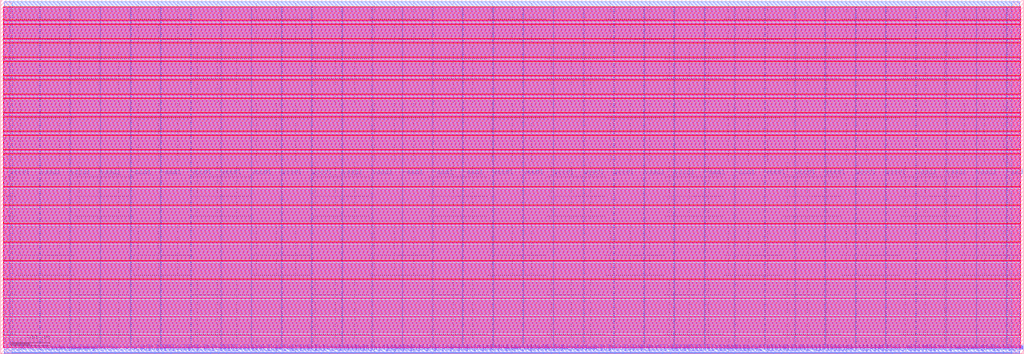
<source format=lef>
VERSION 5.7 ;
  NOWIREEXTENSIONATPIN ON ;
  DIVIDERCHAR "/" ;
  BUSBITCHARS "[]" ;
MACRO dcache
  CLASS BLOCK ;
  FOREIGN dcache ;
  ORIGIN 0.000 0.000 ;
  SIZE 2600.000 BY 900.000 ;
  PIN i_clk
    DIRECTION INPUT ;
    USE SIGNAL ;
    ANTENNAGATEAREA 4.738000 ;
    ANTENNADIFFAREA 0.410400 ;
    PORT
      LAYER Metal2 ;
        RECT 8.960 0.000 9.520 4.000 ;
    END
  END i_clk
  PIN i_rst
    DIRECTION INPUT ;
    USE SIGNAL ;
    ANTENNAGATEAREA 0.396000 ;
    ANTENNADIFFAREA 0.410400 ;
    PORT
      LAYER Metal2 ;
        RECT 29.120 0.000 29.680 4.000 ;
    END
  END i_rst
  PIN mem_ack
    DIRECTION OUTPUT TRISTATE ;
    USE SIGNAL ;
    ANTENNADIFFAREA 1.986000 ;
    PORT
      LAYER Metal2 ;
        RECT 49.280 0.000 49.840 4.000 ;
    END
  END mem_ack
  PIN mem_addr[0]
    DIRECTION INPUT ;
    USE SIGNAL ;
    ANTENNAGATEAREA 2.369000 ;
    ANTENNADIFFAREA 0.410400 ;
    PORT
      LAYER Metal2 ;
        RECT 271.040 0.000 271.600 4.000 ;
    END
  END mem_addr[0]
  PIN mem_addr[10]
    DIRECTION INPUT ;
    USE SIGNAL ;
    ANTENNAGATEAREA 1.102000 ;
    ANTENNADIFFAREA 0.410400 ;
    PORT
      LAYER Metal2 ;
        RECT 1561.280 0.000 1561.840 4.000 ;
    END
  END mem_addr[10]
  PIN mem_addr[11]
    DIRECTION INPUT ;
    USE SIGNAL ;
    ANTENNAGATEAREA 1.102000 ;
    ANTENNADIFFAREA 0.410400 ;
    PORT
      LAYER Metal2 ;
        RECT 1682.240 0.000 1682.800 4.000 ;
    END
  END mem_addr[11]
  PIN mem_addr[12]
    DIRECTION INPUT ;
    USE SIGNAL ;
    ANTENNAGATEAREA 1.102000 ;
    ANTENNADIFFAREA 0.410400 ;
    PORT
      LAYER Metal2 ;
        RECT 1803.200 0.000 1803.760 4.000 ;
    END
  END mem_addr[12]
  PIN mem_addr[13]
    DIRECTION INPUT ;
    USE SIGNAL ;
    ANTENNAGATEAREA 1.102000 ;
    ANTENNADIFFAREA 0.410400 ;
    PORT
      LAYER Metal2 ;
        RECT 1924.160 0.000 1924.720 4.000 ;
    END
  END mem_addr[13]
  PIN mem_addr[14]
    DIRECTION INPUT ;
    USE SIGNAL ;
    ANTENNAGATEAREA 2.204000 ;
    ANTENNADIFFAREA 0.410400 ;
    PORT
      LAYER Metal2 ;
        RECT 2045.120 0.000 2045.680 4.000 ;
    END
  END mem_addr[14]
  PIN mem_addr[15]
    DIRECTION INPUT ;
    USE SIGNAL ;
    ANTENNAGATEAREA 1.102000 ;
    ANTENNADIFFAREA 0.410400 ;
    PORT
      LAYER Metal2 ;
        RECT 2166.080 0.000 2166.640 4.000 ;
    END
  END mem_addr[15]
  PIN mem_addr[16]
    DIRECTION INPUT ;
    USE SIGNAL ;
    ANTENNAGATEAREA 0.726000 ;
    ANTENNADIFFAREA 0.410400 ;
    PORT
      LAYER Metal2 ;
        RECT 2287.040 0.000 2287.600 4.000 ;
    END
  END mem_addr[16]
  PIN mem_addr[17]
    DIRECTION INPUT ;
    USE SIGNAL ;
    ANTENNAGATEAREA 1.183000 ;
    ANTENNADIFFAREA 0.410400 ;
    PORT
      LAYER Metal2 ;
        RECT 2327.360 0.000 2327.920 4.000 ;
    END
  END mem_addr[17]
  PIN mem_addr[18]
    DIRECTION INPUT ;
    USE SIGNAL ;
    ANTENNAGATEAREA 1.183000 ;
    ANTENNADIFFAREA 0.410400 ;
    PORT
      LAYER Metal2 ;
        RECT 2367.680 0.000 2368.240 4.000 ;
    END
  END mem_addr[18]
  PIN mem_addr[19]
    DIRECTION INPUT ;
    USE SIGNAL ;
    ANTENNAGATEAREA 1.102000 ;
    ANTENNADIFFAREA 0.410400 ;
    PORT
      LAYER Metal2 ;
        RECT 2408.000 0.000 2408.560 4.000 ;
    END
  END mem_addr[19]
  PIN mem_addr[1]
    DIRECTION INPUT ;
    USE SIGNAL ;
    ANTENNAGATEAREA 2.204000 ;
    ANTENNADIFFAREA 0.410400 ;
    PORT
      LAYER Metal2 ;
        RECT 432.320 0.000 432.880 4.000 ;
    END
  END mem_addr[1]
  PIN mem_addr[20]
    DIRECTION INPUT ;
    USE SIGNAL ;
    ANTENNAGATEAREA 2.204000 ;
    ANTENNADIFFAREA 0.410400 ;
    PORT
      LAYER Metal2 ;
        RECT 2448.320 0.000 2448.880 4.000 ;
    END
  END mem_addr[20]
  PIN mem_addr[21]
    DIRECTION INPUT ;
    USE SIGNAL ;
    ANTENNAGATEAREA 2.204000 ;
    ANTENNADIFFAREA 0.410400 ;
    PORT
      LAYER Metal2 ;
        RECT 2488.640 0.000 2489.200 4.000 ;
    END
  END mem_addr[21]
  PIN mem_addr[22]
    DIRECTION INPUT ;
    USE SIGNAL ;
    ANTENNAGATEAREA 1.183000 ;
    ANTENNADIFFAREA 0.410400 ;
    PORT
      LAYER Metal2 ;
        RECT 2528.960 0.000 2529.520 4.000 ;
    END
  END mem_addr[22]
  PIN mem_addr[23]
    DIRECTION INPUT ;
    USE SIGNAL ;
    ANTENNAGATEAREA 2.204000 ;
    ANTENNADIFFAREA 0.410400 ;
    PORT
      LAYER Metal2 ;
        RECT 2569.280 0.000 2569.840 4.000 ;
    END
  END mem_addr[23]
  PIN mem_addr[2]
    DIRECTION INPUT ;
    USE SIGNAL ;
    ANTENNAGATEAREA 0.396000 ;
    ANTENNADIFFAREA 0.410400 ;
    PORT
      LAYER Metal2 ;
        RECT 593.600 0.000 594.160 4.000 ;
    END
  END mem_addr[2]
  PIN mem_addr[3]
    DIRECTION INPUT ;
    USE SIGNAL ;
    ANTENNAGATEAREA 0.396000 ;
    ANTENNADIFFAREA 0.410400 ;
    PORT
      LAYER Metal2 ;
        RECT 714.560 0.000 715.120 4.000 ;
    END
  END mem_addr[3]
  PIN mem_addr[4]
    DIRECTION INPUT ;
    USE SIGNAL ;
    ANTENNAGATEAREA 0.396000 ;
    ANTENNADIFFAREA 0.410400 ;
    PORT
      LAYER Metal2 ;
        RECT 835.520 0.000 836.080 4.000 ;
    END
  END mem_addr[4]
  PIN mem_addr[5]
    DIRECTION INPUT ;
    USE SIGNAL ;
    ANTENNAGATEAREA 0.396000 ;
    ANTENNADIFFAREA 0.410400 ;
    PORT
      LAYER Metal2 ;
        RECT 956.480 0.000 957.040 4.000 ;
    END
  END mem_addr[5]
  PIN mem_addr[6]
    DIRECTION INPUT ;
    USE SIGNAL ;
    ANTENNAGATEAREA 0.396000 ;
    ANTENNADIFFAREA 0.410400 ;
    PORT
      LAYER Metal2 ;
        RECT 1077.440 0.000 1078.000 4.000 ;
    END
  END mem_addr[6]
  PIN mem_addr[7]
    DIRECTION INPUT ;
    USE SIGNAL ;
    ANTENNAGATEAREA 1.183000 ;
    ANTENNADIFFAREA 0.410400 ;
    PORT
      LAYER Metal2 ;
        RECT 1198.400 0.000 1198.960 4.000 ;
    END
  END mem_addr[7]
  PIN mem_addr[8]
    DIRECTION INPUT ;
    USE SIGNAL ;
    ANTENNAGATEAREA 2.204000 ;
    ANTENNADIFFAREA 0.410400 ;
    PORT
      LAYER Metal2 ;
        RECT 1319.360 0.000 1319.920 4.000 ;
    END
  END mem_addr[8]
  PIN mem_addr[9]
    DIRECTION INPUT ;
    USE SIGNAL ;
    ANTENNAGATEAREA 2.204000 ;
    ANTENNADIFFAREA 0.410400 ;
    PORT
      LAYER Metal2 ;
        RECT 1440.320 0.000 1440.880 4.000 ;
    END
  END mem_addr[9]
  PIN mem_cache_enable
    DIRECTION INPUT ;
    USE SIGNAL ;
    ANTENNAGATEAREA 2.369000 ;
    ANTENNADIFFAREA 0.410400 ;
    PORT
      LAYER Metal2 ;
        RECT 69.440 0.000 70.000 4.000 ;
    END
  END mem_cache_enable
  PIN mem_exception
    DIRECTION OUTPUT TRISTATE ;
    USE SIGNAL ;
    ANTENNADIFFAREA 1.986000 ;
    PORT
      LAYER Metal2 ;
        RECT 89.600 0.000 90.160 4.000 ;
    END
  END mem_exception
  PIN mem_i_data[0]
    DIRECTION INPUT ;
    USE SIGNAL ;
    ANTENNAGATEAREA 2.204000 ;
    ANTENNADIFFAREA 0.410400 ;
    PORT
      LAYER Metal2 ;
        RECT 291.200 0.000 291.760 4.000 ;
    END
  END mem_i_data[0]
  PIN mem_i_data[10]
    DIRECTION INPUT ;
    USE SIGNAL ;
    ANTENNAGATEAREA 1.102000 ;
    ANTENNADIFFAREA 0.410400 ;
    PORT
      LAYER Metal2 ;
        RECT 1581.440 0.000 1582.000 4.000 ;
    END
  END mem_i_data[10]
  PIN mem_i_data[11]
    DIRECTION INPUT ;
    USE SIGNAL ;
    ANTENNAGATEAREA 1.183000 ;
    ANTENNADIFFAREA 0.410400 ;
    PORT
      LAYER Metal2 ;
        RECT 1702.400 0.000 1702.960 4.000 ;
    END
  END mem_i_data[11]
  PIN mem_i_data[12]
    DIRECTION INPUT ;
    USE SIGNAL ;
    ANTENNAGATEAREA 1.102000 ;
    ANTENNADIFFAREA 0.410400 ;
    PORT
      LAYER Metal2 ;
        RECT 1823.360 0.000 1823.920 4.000 ;
    END
  END mem_i_data[12]
  PIN mem_i_data[13]
    DIRECTION INPUT ;
    USE SIGNAL ;
    ANTENNAGATEAREA 2.204000 ;
    ANTENNADIFFAREA 0.410400 ;
    PORT
      LAYER Metal2 ;
        RECT 1944.320 0.000 1944.880 4.000 ;
    END
  END mem_i_data[13]
  PIN mem_i_data[14]
    DIRECTION INPUT ;
    USE SIGNAL ;
    ANTENNAGATEAREA 2.204000 ;
    ANTENNADIFFAREA 0.410400 ;
    PORT
      LAYER Metal2 ;
        RECT 2065.280 0.000 2065.840 4.000 ;
    END
  END mem_i_data[14]
  PIN mem_i_data[15]
    DIRECTION INPUT ;
    USE SIGNAL ;
    ANTENNAGATEAREA 2.204000 ;
    ANTENNADIFFAREA 0.410400 ;
    PORT
      LAYER Metal2 ;
        RECT 2186.240 0.000 2186.800 4.000 ;
    END
  END mem_i_data[15]
  PIN mem_i_data[1]
    DIRECTION INPUT ;
    USE SIGNAL ;
    ANTENNAGATEAREA 1.102000 ;
    ANTENNADIFFAREA 0.410400 ;
    PORT
      LAYER Metal2 ;
        RECT 452.480 0.000 453.040 4.000 ;
    END
  END mem_i_data[1]
  PIN mem_i_data[2]
    DIRECTION INPUT ;
    USE SIGNAL ;
    ANTENNAGATEAREA 1.183000 ;
    ANTENNADIFFAREA 0.410400 ;
    PORT
      LAYER Metal2 ;
        RECT 613.760 0.000 614.320 4.000 ;
    END
  END mem_i_data[2]
  PIN mem_i_data[3]
    DIRECTION INPUT ;
    USE SIGNAL ;
    ANTENNAGATEAREA 1.102000 ;
    ANTENNADIFFAREA 0.410400 ;
    PORT
      LAYER Metal2 ;
        RECT 734.720 0.000 735.280 4.000 ;
    END
  END mem_i_data[3]
  PIN mem_i_data[4]
    DIRECTION INPUT ;
    USE SIGNAL ;
    ANTENNAGATEAREA 1.102000 ;
    ANTENNADIFFAREA 0.410400 ;
    PORT
      LAYER Metal2 ;
        RECT 855.680 0.000 856.240 4.000 ;
    END
  END mem_i_data[4]
  PIN mem_i_data[5]
    DIRECTION INPUT ;
    USE SIGNAL ;
    ANTENNAGATEAREA 0.726000 ;
    ANTENNADIFFAREA 0.410400 ;
    PORT
      LAYER Metal2 ;
        RECT 976.640 0.000 977.200 4.000 ;
    END
  END mem_i_data[5]
  PIN mem_i_data[6]
    DIRECTION INPUT ;
    USE SIGNAL ;
    ANTENNAGATEAREA 0.726000 ;
    ANTENNADIFFAREA 0.410400 ;
    PORT
      LAYER Metal2 ;
        RECT 1097.600 0.000 1098.160 4.000 ;
    END
  END mem_i_data[6]
  PIN mem_i_data[7]
    DIRECTION INPUT ;
    USE SIGNAL ;
    ANTENNAGATEAREA 0.726000 ;
    ANTENNADIFFAREA 0.410400 ;
    PORT
      LAYER Metal2 ;
        RECT 1218.560 0.000 1219.120 4.000 ;
    END
  END mem_i_data[7]
  PIN mem_i_data[8]
    DIRECTION INPUT ;
    USE SIGNAL ;
    ANTENNAGATEAREA 0.726000 ;
    ANTENNADIFFAREA 0.410400 ;
    PORT
      LAYER Metal2 ;
        RECT 1339.520 0.000 1340.080 4.000 ;
    END
  END mem_i_data[8]
  PIN mem_i_data[9]
    DIRECTION INPUT ;
    USE SIGNAL ;
    ANTENNAGATEAREA 1.102000 ;
    ANTENNADIFFAREA 0.410400 ;
    PORT
      LAYER Metal2 ;
        RECT 1460.480 0.000 1461.040 4.000 ;
    END
  END mem_i_data[9]
  PIN mem_o_data[0]
    DIRECTION OUTPUT TRISTATE ;
    USE SIGNAL ;
    ANTENNADIFFAREA 1.986000 ;
    PORT
      LAYER Metal2 ;
        RECT 311.360 0.000 311.920 4.000 ;
    END
  END mem_o_data[0]
  PIN mem_o_data[10]
    DIRECTION OUTPUT TRISTATE ;
    USE SIGNAL ;
    ANTENNADIFFAREA 1.986000 ;
    PORT
      LAYER Metal2 ;
        RECT 1601.600 0.000 1602.160 4.000 ;
    END
  END mem_o_data[10]
  PIN mem_o_data[11]
    DIRECTION OUTPUT TRISTATE ;
    USE SIGNAL ;
    ANTENNADIFFAREA 1.986000 ;
    PORT
      LAYER Metal2 ;
        RECT 1722.560 0.000 1723.120 4.000 ;
    END
  END mem_o_data[11]
  PIN mem_o_data[12]
    DIRECTION OUTPUT TRISTATE ;
    USE SIGNAL ;
    ANTENNADIFFAREA 1.986000 ;
    PORT
      LAYER Metal2 ;
        RECT 1843.520 0.000 1844.080 4.000 ;
    END
  END mem_o_data[12]
  PIN mem_o_data[13]
    DIRECTION OUTPUT TRISTATE ;
    USE SIGNAL ;
    ANTENNADIFFAREA 1.986000 ;
    PORT
      LAYER Metal2 ;
        RECT 1964.480 0.000 1965.040 4.000 ;
    END
  END mem_o_data[13]
  PIN mem_o_data[14]
    DIRECTION OUTPUT TRISTATE ;
    USE SIGNAL ;
    ANTENNADIFFAREA 1.986000 ;
    PORT
      LAYER Metal2 ;
        RECT 2085.440 0.000 2086.000 4.000 ;
    END
  END mem_o_data[14]
  PIN mem_o_data[15]
    DIRECTION OUTPUT TRISTATE ;
    USE SIGNAL ;
    ANTENNADIFFAREA 1.986000 ;
    PORT
      LAYER Metal2 ;
        RECT 2206.400 0.000 2206.960 4.000 ;
    END
  END mem_o_data[15]
  PIN mem_o_data[1]
    DIRECTION OUTPUT TRISTATE ;
    USE SIGNAL ;
    ANTENNADIFFAREA 1.986000 ;
    PORT
      LAYER Metal2 ;
        RECT 472.640 0.000 473.200 4.000 ;
    END
  END mem_o_data[1]
  PIN mem_o_data[2]
    DIRECTION OUTPUT TRISTATE ;
    USE SIGNAL ;
    ANTENNADIFFAREA 1.986000 ;
    PORT
      LAYER Metal2 ;
        RECT 633.920 0.000 634.480 4.000 ;
    END
  END mem_o_data[2]
  PIN mem_o_data[3]
    DIRECTION OUTPUT TRISTATE ;
    USE SIGNAL ;
    ANTENNADIFFAREA 1.986000 ;
    PORT
      LAYER Metal2 ;
        RECT 754.880 0.000 755.440 4.000 ;
    END
  END mem_o_data[3]
  PIN mem_o_data[4]
    DIRECTION OUTPUT TRISTATE ;
    USE SIGNAL ;
    ANTENNADIFFAREA 1.986000 ;
    PORT
      LAYER Metal2 ;
        RECT 875.840 0.000 876.400 4.000 ;
    END
  END mem_o_data[4]
  PIN mem_o_data[5]
    DIRECTION OUTPUT TRISTATE ;
    USE SIGNAL ;
    ANTENNADIFFAREA 1.986000 ;
    PORT
      LAYER Metal2 ;
        RECT 996.800 0.000 997.360 4.000 ;
    END
  END mem_o_data[5]
  PIN mem_o_data[6]
    DIRECTION OUTPUT TRISTATE ;
    USE SIGNAL ;
    ANTENNADIFFAREA 1.986000 ;
    PORT
      LAYER Metal2 ;
        RECT 1117.760 0.000 1118.320 4.000 ;
    END
  END mem_o_data[6]
  PIN mem_o_data[7]
    DIRECTION OUTPUT TRISTATE ;
    USE SIGNAL ;
    ANTENNADIFFAREA 1.986000 ;
    PORT
      LAYER Metal2 ;
        RECT 1238.720 0.000 1239.280 4.000 ;
    END
  END mem_o_data[7]
  PIN mem_o_data[8]
    DIRECTION OUTPUT TRISTATE ;
    USE SIGNAL ;
    ANTENNADIFFAREA 1.986000 ;
    PORT
      LAYER Metal2 ;
        RECT 1359.680 0.000 1360.240 4.000 ;
    END
  END mem_o_data[8]
  PIN mem_o_data[9]
    DIRECTION OUTPUT TRISTATE ;
    USE SIGNAL ;
    ANTENNADIFFAREA 1.986000 ;
    PORT
      LAYER Metal2 ;
        RECT 1480.640 0.000 1481.200 4.000 ;
    END
  END mem_o_data[9]
  PIN mem_req
    DIRECTION INPUT ;
    USE SIGNAL ;
    ANTENNAGATEAREA 2.204000 ;
    ANTENNADIFFAREA 0.410400 ;
    PORT
      LAYER Metal2 ;
        RECT 109.760 0.000 110.320 4.000 ;
    END
  END mem_req
  PIN mem_sel[0]
    DIRECTION INPUT ;
    USE SIGNAL ;
    ANTENNAGATEAREA 0.741000 ;
    ANTENNADIFFAREA 0.410400 ;
    PORT
      LAYER Metal2 ;
        RECT 331.520 0.000 332.080 4.000 ;
    END
  END mem_sel[0]
  PIN mem_sel[1]
    DIRECTION INPUT ;
    USE SIGNAL ;
    ANTENNAGATEAREA 0.741000 ;
    ANTENNADIFFAREA 0.410400 ;
    PORT
      LAYER Metal2 ;
        RECT 492.800 0.000 493.360 4.000 ;
    END
  END mem_sel[1]
  PIN mem_we
    DIRECTION INPUT ;
    USE SIGNAL ;
    ANTENNAGATEAREA 2.369000 ;
    ANTENNADIFFAREA 0.410400 ;
    PORT
      LAYER Metal2 ;
        RECT 129.920 0.000 130.480 4.000 ;
    END
  END mem_we
  PIN vccd1
    DIRECTION INOUT ;
    USE POWER ;
    PORT
      LAYER Metal4 ;
        RECT 22.240 15.380 23.840 882.300 ;
    END
    PORT
      LAYER Metal4 ;
        RECT 175.840 15.380 177.440 882.300 ;
    END
    PORT
      LAYER Metal4 ;
        RECT 329.440 15.380 331.040 882.300 ;
    END
    PORT
      LAYER Metal4 ;
        RECT 483.040 15.380 484.640 882.300 ;
    END
    PORT
      LAYER Metal4 ;
        RECT 636.640 15.380 638.240 882.300 ;
    END
    PORT
      LAYER Metal4 ;
        RECT 790.240 15.380 791.840 882.300 ;
    END
    PORT
      LAYER Metal4 ;
        RECT 943.840 15.380 945.440 882.300 ;
    END
    PORT
      LAYER Metal4 ;
        RECT 1097.440 15.380 1099.040 882.300 ;
    END
    PORT
      LAYER Metal4 ;
        RECT 1251.040 15.380 1252.640 882.300 ;
    END
    PORT
      LAYER Metal4 ;
        RECT 1404.640 15.380 1406.240 882.300 ;
    END
    PORT
      LAYER Metal4 ;
        RECT 1558.240 15.380 1559.840 882.300 ;
    END
    PORT
      LAYER Metal4 ;
        RECT 1711.840 15.380 1713.440 882.300 ;
    END
    PORT
      LAYER Metal4 ;
        RECT 1865.440 15.380 1867.040 882.300 ;
    END
    PORT
      LAYER Metal4 ;
        RECT 2019.040 15.380 2020.640 882.300 ;
    END
    PORT
      LAYER Metal4 ;
        RECT 2172.640 15.380 2174.240 882.300 ;
    END
    PORT
      LAYER Metal4 ;
        RECT 2326.240 15.380 2327.840 882.300 ;
    END
    PORT
      LAYER Metal4 ;
        RECT 2479.840 15.380 2481.440 882.300 ;
    END
  END vccd1
  PIN vssd1
    DIRECTION INOUT ;
    USE GROUND ;
    PORT
      LAYER Metal4 ;
        RECT 99.040 15.380 100.640 882.300 ;
    END
    PORT
      LAYER Metal4 ;
        RECT 252.640 15.380 254.240 882.300 ;
    END
    PORT
      LAYER Metal4 ;
        RECT 406.240 15.380 407.840 882.300 ;
    END
    PORT
      LAYER Metal4 ;
        RECT 559.840 15.380 561.440 882.300 ;
    END
    PORT
      LAYER Metal4 ;
        RECT 713.440 15.380 715.040 882.300 ;
    END
    PORT
      LAYER Metal4 ;
        RECT 867.040 15.380 868.640 882.300 ;
    END
    PORT
      LAYER Metal4 ;
        RECT 1020.640 15.380 1022.240 882.300 ;
    END
    PORT
      LAYER Metal4 ;
        RECT 1174.240 15.380 1175.840 882.300 ;
    END
    PORT
      LAYER Metal4 ;
        RECT 1327.840 15.380 1329.440 882.300 ;
    END
    PORT
      LAYER Metal4 ;
        RECT 1481.440 15.380 1483.040 882.300 ;
    END
    PORT
      LAYER Metal4 ;
        RECT 1635.040 15.380 1636.640 882.300 ;
    END
    PORT
      LAYER Metal4 ;
        RECT 1788.640 15.380 1790.240 882.300 ;
    END
    PORT
      LAYER Metal4 ;
        RECT 1942.240 15.380 1943.840 882.300 ;
    END
    PORT
      LAYER Metal4 ;
        RECT 2095.840 15.380 2097.440 882.300 ;
    END
    PORT
      LAYER Metal4 ;
        RECT 2249.440 15.380 2251.040 882.300 ;
    END
    PORT
      LAYER Metal4 ;
        RECT 2403.040 15.380 2404.640 882.300 ;
    END
    PORT
      LAYER Metal4 ;
        RECT 2556.640 15.380 2558.240 882.300 ;
    END
  END vssd1
  PIN wb_4_burst
    DIRECTION OUTPUT TRISTATE ;
    USE SIGNAL ;
    ANTENNADIFFAREA 1.986000 ;
    PORT
      LAYER Metal2 ;
        RECT 150.080 0.000 150.640 4.000 ;
    END
  END wb_4_burst
  PIN wb_ack
    DIRECTION INPUT ;
    USE SIGNAL ;
    ANTENNAGATEAREA 1.102000 ;
    ANTENNADIFFAREA 0.410400 ;
    PORT
      LAYER Metal2 ;
        RECT 170.240 0.000 170.800 4.000 ;
    END
  END wb_ack
  PIN wb_adr[0]
    DIRECTION OUTPUT TRISTATE ;
    USE SIGNAL ;
    ANTENNADIFFAREA 1.986000 ;
    PORT
      LAYER Metal2 ;
        RECT 351.680 0.000 352.240 4.000 ;
    END
  END wb_adr[0]
  PIN wb_adr[10]
    DIRECTION OUTPUT TRISTATE ;
    USE SIGNAL ;
    ANTENNADIFFAREA 1.986000 ;
    PORT
      LAYER Metal2 ;
        RECT 1621.760 0.000 1622.320 4.000 ;
    END
  END wb_adr[10]
  PIN wb_adr[11]
    DIRECTION OUTPUT TRISTATE ;
    USE SIGNAL ;
    ANTENNADIFFAREA 1.986000 ;
    PORT
      LAYER Metal2 ;
        RECT 1742.720 0.000 1743.280 4.000 ;
    END
  END wb_adr[11]
  PIN wb_adr[12]
    DIRECTION OUTPUT TRISTATE ;
    USE SIGNAL ;
    ANTENNADIFFAREA 1.986000 ;
    PORT
      LAYER Metal2 ;
        RECT 1863.680 0.000 1864.240 4.000 ;
    END
  END wb_adr[12]
  PIN wb_adr[13]
    DIRECTION OUTPUT TRISTATE ;
    USE SIGNAL ;
    ANTENNADIFFAREA 1.986000 ;
    PORT
      LAYER Metal2 ;
        RECT 1984.640 0.000 1985.200 4.000 ;
    END
  END wb_adr[13]
  PIN wb_adr[14]
    DIRECTION OUTPUT TRISTATE ;
    USE SIGNAL ;
    ANTENNADIFFAREA 1.986000 ;
    PORT
      LAYER Metal2 ;
        RECT 2105.600 0.000 2106.160 4.000 ;
    END
  END wb_adr[14]
  PIN wb_adr[15]
    DIRECTION OUTPUT TRISTATE ;
    USE SIGNAL ;
    ANTENNADIFFAREA 1.986000 ;
    PORT
      LAYER Metal2 ;
        RECT 2226.560 0.000 2227.120 4.000 ;
    END
  END wb_adr[15]
  PIN wb_adr[16]
    DIRECTION OUTPUT TRISTATE ;
    USE SIGNAL ;
    ANTENNADIFFAREA 1.986000 ;
    PORT
      LAYER Metal2 ;
        RECT 2307.200 0.000 2307.760 4.000 ;
    END
  END wb_adr[16]
  PIN wb_adr[17]
    DIRECTION OUTPUT TRISTATE ;
    USE SIGNAL ;
    ANTENNADIFFAREA 1.986000 ;
    PORT
      LAYER Metal2 ;
        RECT 2347.520 0.000 2348.080 4.000 ;
    END
  END wb_adr[17]
  PIN wb_adr[18]
    DIRECTION OUTPUT TRISTATE ;
    USE SIGNAL ;
    ANTENNADIFFAREA 1.986000 ;
    PORT
      LAYER Metal2 ;
        RECT 2387.840 0.000 2388.400 4.000 ;
    END
  END wb_adr[18]
  PIN wb_adr[19]
    DIRECTION OUTPUT TRISTATE ;
    USE SIGNAL ;
    ANTENNADIFFAREA 1.986000 ;
    PORT
      LAYER Metal2 ;
        RECT 2428.160 0.000 2428.720 4.000 ;
    END
  END wb_adr[19]
  PIN wb_adr[1]
    DIRECTION OUTPUT TRISTATE ;
    USE SIGNAL ;
    ANTENNADIFFAREA 1.986000 ;
    PORT
      LAYER Metal2 ;
        RECT 512.960 0.000 513.520 4.000 ;
    END
  END wb_adr[1]
  PIN wb_adr[20]
    DIRECTION OUTPUT TRISTATE ;
    USE SIGNAL ;
    ANTENNADIFFAREA 1.986000 ;
    PORT
      LAYER Metal2 ;
        RECT 2468.480 0.000 2469.040 4.000 ;
    END
  END wb_adr[20]
  PIN wb_adr[21]
    DIRECTION OUTPUT TRISTATE ;
    USE SIGNAL ;
    ANTENNADIFFAREA 1.986000 ;
    PORT
      LAYER Metal2 ;
        RECT 2508.800 0.000 2509.360 4.000 ;
    END
  END wb_adr[21]
  PIN wb_adr[22]
    DIRECTION OUTPUT TRISTATE ;
    USE SIGNAL ;
    ANTENNADIFFAREA 1.986000 ;
    PORT
      LAYER Metal2 ;
        RECT 2549.120 0.000 2549.680 4.000 ;
    END
  END wb_adr[22]
  PIN wb_adr[23]
    DIRECTION OUTPUT TRISTATE ;
    USE SIGNAL ;
    ANTENNADIFFAREA 1.986000 ;
    PORT
      LAYER Metal2 ;
        RECT 2589.440 0.000 2590.000 4.000 ;
    END
  END wb_adr[23]
  PIN wb_adr[2]
    DIRECTION OUTPUT TRISTATE ;
    USE SIGNAL ;
    ANTENNADIFFAREA 1.986000 ;
    PORT
      LAYER Metal2 ;
        RECT 654.080 0.000 654.640 4.000 ;
    END
  END wb_adr[2]
  PIN wb_adr[3]
    DIRECTION OUTPUT TRISTATE ;
    USE SIGNAL ;
    ANTENNADIFFAREA 1.986000 ;
    PORT
      LAYER Metal2 ;
        RECT 775.040 0.000 775.600 4.000 ;
    END
  END wb_adr[3]
  PIN wb_adr[4]
    DIRECTION OUTPUT TRISTATE ;
    USE SIGNAL ;
    ANTENNADIFFAREA 1.986000 ;
    PORT
      LAYER Metal2 ;
        RECT 896.000 0.000 896.560 4.000 ;
    END
  END wb_adr[4]
  PIN wb_adr[5]
    DIRECTION OUTPUT TRISTATE ;
    USE SIGNAL ;
    ANTENNADIFFAREA 1.986000 ;
    PORT
      LAYER Metal2 ;
        RECT 1016.960 0.000 1017.520 4.000 ;
    END
  END wb_adr[5]
  PIN wb_adr[6]
    DIRECTION OUTPUT TRISTATE ;
    USE SIGNAL ;
    ANTENNADIFFAREA 1.986000 ;
    PORT
      LAYER Metal2 ;
        RECT 1137.920 0.000 1138.480 4.000 ;
    END
  END wb_adr[6]
  PIN wb_adr[7]
    DIRECTION OUTPUT TRISTATE ;
    USE SIGNAL ;
    ANTENNADIFFAREA 1.986000 ;
    PORT
      LAYER Metal2 ;
        RECT 1258.880 0.000 1259.440 4.000 ;
    END
  END wb_adr[7]
  PIN wb_adr[8]
    DIRECTION OUTPUT TRISTATE ;
    USE SIGNAL ;
    ANTENNADIFFAREA 1.986000 ;
    PORT
      LAYER Metal2 ;
        RECT 1379.840 0.000 1380.400 4.000 ;
    END
  END wb_adr[8]
  PIN wb_adr[9]
    DIRECTION OUTPUT TRISTATE ;
    USE SIGNAL ;
    ANTENNADIFFAREA 1.986000 ;
    PORT
      LAYER Metal2 ;
        RECT 1500.800 0.000 1501.360 4.000 ;
    END
  END wb_adr[9]
  PIN wb_cyc
    DIRECTION OUTPUT TRISTATE ;
    USE SIGNAL ;
    ANTENNADIFFAREA 1.986000 ;
    PORT
      LAYER Metal2 ;
        RECT 190.400 0.000 190.960 4.000 ;
    END
  END wb_cyc
  PIN wb_err
    DIRECTION INPUT ;
    USE SIGNAL ;
    ANTENNAGATEAREA 1.102000 ;
    ANTENNADIFFAREA 0.410400 ;
    PORT
      LAYER Metal2 ;
        RECT 210.560 0.000 211.120 4.000 ;
    END
  END wb_err
  PIN wb_i_dat[0]
    DIRECTION INPUT ;
    USE SIGNAL ;
    ANTENNAGATEAREA 0.396000 ;
    ANTENNADIFFAREA 0.410400 ;
    PORT
      LAYER Metal2 ;
        RECT 371.840 0.000 372.400 4.000 ;
    END
  END wb_i_dat[0]
  PIN wb_i_dat[10]
    DIRECTION INPUT ;
    USE SIGNAL ;
    ANTENNAGATEAREA 0.396000 ;
    ANTENNADIFFAREA 0.410400 ;
    PORT
      LAYER Metal2 ;
        RECT 1641.920 0.000 1642.480 4.000 ;
    END
  END wb_i_dat[10]
  PIN wb_i_dat[11]
    DIRECTION INPUT ;
    USE SIGNAL ;
    ANTENNAGATEAREA 0.396000 ;
    ANTENNADIFFAREA 0.410400 ;
    PORT
      LAYER Metal2 ;
        RECT 1762.880 0.000 1763.440 4.000 ;
    END
  END wb_i_dat[11]
  PIN wb_i_dat[12]
    DIRECTION INPUT ;
    USE SIGNAL ;
    ANTENNAGATEAREA 0.396000 ;
    ANTENNADIFFAREA 0.410400 ;
    PORT
      LAYER Metal2 ;
        RECT 1883.840 0.000 1884.400 4.000 ;
    END
  END wb_i_dat[12]
  PIN wb_i_dat[13]
    DIRECTION INPUT ;
    USE SIGNAL ;
    ANTENNAGATEAREA 0.396000 ;
    ANTENNADIFFAREA 0.410400 ;
    PORT
      LAYER Metal2 ;
        RECT 2004.800 0.000 2005.360 4.000 ;
    END
  END wb_i_dat[13]
  PIN wb_i_dat[14]
    DIRECTION INPUT ;
    USE SIGNAL ;
    ANTENNAGATEAREA 0.396000 ;
    ANTENNADIFFAREA 0.410400 ;
    PORT
      LAYER Metal2 ;
        RECT 2125.760 0.000 2126.320 4.000 ;
    END
  END wb_i_dat[14]
  PIN wb_i_dat[15]
    DIRECTION INPUT ;
    USE SIGNAL ;
    ANTENNAGATEAREA 0.396000 ;
    ANTENNADIFFAREA 0.410400 ;
    PORT
      LAYER Metal2 ;
        RECT 2246.720 0.000 2247.280 4.000 ;
    END
  END wb_i_dat[15]
  PIN wb_i_dat[1]
    DIRECTION INPUT ;
    USE SIGNAL ;
    ANTENNAGATEAREA 0.396000 ;
    ANTENNADIFFAREA 0.410400 ;
    PORT
      LAYER Metal2 ;
        RECT 533.120 0.000 533.680 4.000 ;
    END
  END wb_i_dat[1]
  PIN wb_i_dat[2]
    DIRECTION INPUT ;
    USE SIGNAL ;
    ANTENNAGATEAREA 0.396000 ;
    ANTENNADIFFAREA 0.410400 ;
    PORT
      LAYER Metal2 ;
        RECT 674.240 0.000 674.800 4.000 ;
    END
  END wb_i_dat[2]
  PIN wb_i_dat[3]
    DIRECTION INPUT ;
    USE SIGNAL ;
    ANTENNAGATEAREA 0.396000 ;
    ANTENNADIFFAREA 0.410400 ;
    PORT
      LAYER Metal2 ;
        RECT 795.200 0.000 795.760 4.000 ;
    END
  END wb_i_dat[3]
  PIN wb_i_dat[4]
    DIRECTION INPUT ;
    USE SIGNAL ;
    ANTENNAGATEAREA 0.396000 ;
    ANTENNADIFFAREA 0.410400 ;
    PORT
      LAYER Metal2 ;
        RECT 916.160 0.000 916.720 4.000 ;
    END
  END wb_i_dat[4]
  PIN wb_i_dat[5]
    DIRECTION INPUT ;
    USE SIGNAL ;
    ANTENNAGATEAREA 0.396000 ;
    ANTENNADIFFAREA 0.410400 ;
    PORT
      LAYER Metal2 ;
        RECT 1037.120 0.000 1037.680 4.000 ;
    END
  END wb_i_dat[5]
  PIN wb_i_dat[6]
    DIRECTION INPUT ;
    USE SIGNAL ;
    ANTENNAGATEAREA 0.726000 ;
    ANTENNADIFFAREA 0.410400 ;
    PORT
      LAYER Metal2 ;
        RECT 1158.080 0.000 1158.640 4.000 ;
    END
  END wb_i_dat[6]
  PIN wb_i_dat[7]
    DIRECTION INPUT ;
    USE SIGNAL ;
    ANTENNAGATEAREA 0.396000 ;
    ANTENNADIFFAREA 0.410400 ;
    PORT
      LAYER Metal2 ;
        RECT 1279.040 0.000 1279.600 4.000 ;
    END
  END wb_i_dat[7]
  PIN wb_i_dat[8]
    DIRECTION INPUT ;
    USE SIGNAL ;
    ANTENNAGATEAREA 0.396000 ;
    ANTENNADIFFAREA 0.410400 ;
    PORT
      LAYER Metal2 ;
        RECT 1400.000 0.000 1400.560 4.000 ;
    END
  END wb_i_dat[8]
  PIN wb_i_dat[9]
    DIRECTION INPUT ;
    USE SIGNAL ;
    ANTENNAGATEAREA 0.396000 ;
    ANTENNADIFFAREA 0.410400 ;
    PORT
      LAYER Metal2 ;
        RECT 1520.960 0.000 1521.520 4.000 ;
    END
  END wb_i_dat[9]
  PIN wb_o_dat[0]
    DIRECTION OUTPUT TRISTATE ;
    USE SIGNAL ;
    ANTENNADIFFAREA 1.986000 ;
    PORT
      LAYER Metal2 ;
        RECT 392.000 0.000 392.560 4.000 ;
    END
  END wb_o_dat[0]
  PIN wb_o_dat[10]
    DIRECTION OUTPUT TRISTATE ;
    USE SIGNAL ;
    ANTENNADIFFAREA 1.986000 ;
    PORT
      LAYER Metal2 ;
        RECT 1662.080 0.000 1662.640 4.000 ;
    END
  END wb_o_dat[10]
  PIN wb_o_dat[11]
    DIRECTION OUTPUT TRISTATE ;
    USE SIGNAL ;
    ANTENNADIFFAREA 1.986000 ;
    PORT
      LAYER Metal2 ;
        RECT 1783.040 0.000 1783.600 4.000 ;
    END
  END wb_o_dat[11]
  PIN wb_o_dat[12]
    DIRECTION OUTPUT TRISTATE ;
    USE SIGNAL ;
    ANTENNADIFFAREA 1.986000 ;
    PORT
      LAYER Metal2 ;
        RECT 1904.000 0.000 1904.560 4.000 ;
    END
  END wb_o_dat[12]
  PIN wb_o_dat[13]
    DIRECTION OUTPUT TRISTATE ;
    USE SIGNAL ;
    ANTENNADIFFAREA 1.986000 ;
    PORT
      LAYER Metal2 ;
        RECT 2024.960 0.000 2025.520 4.000 ;
    END
  END wb_o_dat[13]
  PIN wb_o_dat[14]
    DIRECTION OUTPUT TRISTATE ;
    USE SIGNAL ;
    ANTENNADIFFAREA 1.986000 ;
    PORT
      LAYER Metal2 ;
        RECT 2145.920 0.000 2146.480 4.000 ;
    END
  END wb_o_dat[14]
  PIN wb_o_dat[15]
    DIRECTION OUTPUT TRISTATE ;
    USE SIGNAL ;
    ANTENNADIFFAREA 1.986000 ;
    PORT
      LAYER Metal2 ;
        RECT 2266.880 0.000 2267.440 4.000 ;
    END
  END wb_o_dat[15]
  PIN wb_o_dat[1]
    DIRECTION OUTPUT TRISTATE ;
    USE SIGNAL ;
    ANTENNADIFFAREA 1.986000 ;
    PORT
      LAYER Metal2 ;
        RECT 553.280 0.000 553.840 4.000 ;
    END
  END wb_o_dat[1]
  PIN wb_o_dat[2]
    DIRECTION OUTPUT TRISTATE ;
    USE SIGNAL ;
    ANTENNADIFFAREA 1.986000 ;
    PORT
      LAYER Metal2 ;
        RECT 694.400 0.000 694.960 4.000 ;
    END
  END wb_o_dat[2]
  PIN wb_o_dat[3]
    DIRECTION OUTPUT TRISTATE ;
    USE SIGNAL ;
    ANTENNADIFFAREA 1.986000 ;
    PORT
      LAYER Metal2 ;
        RECT 815.360 0.000 815.920 4.000 ;
    END
  END wb_o_dat[3]
  PIN wb_o_dat[4]
    DIRECTION OUTPUT TRISTATE ;
    USE SIGNAL ;
    ANTENNADIFFAREA 1.986000 ;
    PORT
      LAYER Metal2 ;
        RECT 936.320 0.000 936.880 4.000 ;
    END
  END wb_o_dat[4]
  PIN wb_o_dat[5]
    DIRECTION OUTPUT TRISTATE ;
    USE SIGNAL ;
    ANTENNADIFFAREA 1.986000 ;
    PORT
      LAYER Metal2 ;
        RECT 1057.280 0.000 1057.840 4.000 ;
    END
  END wb_o_dat[5]
  PIN wb_o_dat[6]
    DIRECTION OUTPUT TRISTATE ;
    USE SIGNAL ;
    ANTENNADIFFAREA 1.986000 ;
    PORT
      LAYER Metal2 ;
        RECT 1178.240 0.000 1178.800 4.000 ;
    END
  END wb_o_dat[6]
  PIN wb_o_dat[7]
    DIRECTION OUTPUT TRISTATE ;
    USE SIGNAL ;
    ANTENNADIFFAREA 1.986000 ;
    PORT
      LAYER Metal2 ;
        RECT 1299.200 0.000 1299.760 4.000 ;
    END
  END wb_o_dat[7]
  PIN wb_o_dat[8]
    DIRECTION OUTPUT TRISTATE ;
    USE SIGNAL ;
    ANTENNADIFFAREA 1.986000 ;
    PORT
      LAYER Metal2 ;
        RECT 1420.160 0.000 1420.720 4.000 ;
    END
  END wb_o_dat[8]
  PIN wb_o_dat[9]
    DIRECTION OUTPUT TRISTATE ;
    USE SIGNAL ;
    ANTENNADIFFAREA 1.986000 ;
    PORT
      LAYER Metal2 ;
        RECT 1541.120 0.000 1541.680 4.000 ;
    END
  END wb_o_dat[9]
  PIN wb_sel[0]
    DIRECTION OUTPUT TRISTATE ;
    USE SIGNAL ;
    ANTENNADIFFAREA 1.986000 ;
    PORT
      LAYER Metal2 ;
        RECT 412.160 0.000 412.720 4.000 ;
    END
  END wb_sel[0]
  PIN wb_sel[1]
    DIRECTION OUTPUT TRISTATE ;
    USE SIGNAL ;
    ANTENNADIFFAREA 1.986000 ;
    PORT
      LAYER Metal2 ;
        RECT 573.440 0.000 574.000 4.000 ;
    END
  END wb_sel[1]
  PIN wb_stb
    DIRECTION OUTPUT TRISTATE ;
    USE SIGNAL ;
    ANTENNADIFFAREA 1.986000 ;
    PORT
      LAYER Metal2 ;
        RECT 230.720 0.000 231.280 4.000 ;
    END
  END wb_stb
  PIN wb_we
    DIRECTION OUTPUT TRISTATE ;
    USE SIGNAL ;
    ANTENNADIFFAREA 1.986000 ;
    PORT
      LAYER Metal2 ;
        RECT 250.880 0.000 251.440 4.000 ;
    END
  END wb_we
  OBS
      LAYER Nwell ;
        RECT 6.290 879.840 2593.230 882.430 ;
      LAYER Pwell ;
        RECT 6.290 876.320 2593.230 879.840 ;
      LAYER Nwell ;
        RECT 6.290 876.195 256.865 876.320 ;
        RECT 6.290 872.125 2593.230 876.195 ;
        RECT 6.290 872.000 228.305 872.125 ;
      LAYER Pwell ;
        RECT 6.290 868.480 2593.230 872.000 ;
      LAYER Nwell ;
        RECT 6.290 868.355 223.265 868.480 ;
        RECT 6.290 864.285 2593.230 868.355 ;
        RECT 6.290 864.160 363.265 864.285 ;
      LAYER Pwell ;
        RECT 6.290 860.640 2593.230 864.160 ;
      LAYER Nwell ;
        RECT 6.290 860.515 333.585 860.640 ;
        RECT 6.290 856.445 2593.230 860.515 ;
        RECT 6.290 856.320 210.945 856.445 ;
      LAYER Pwell ;
        RECT 6.290 852.800 2593.230 856.320 ;
      LAYER Nwell ;
        RECT 6.290 852.675 209.825 852.800 ;
        RECT 6.290 848.605 2593.230 852.675 ;
        RECT 6.290 848.480 250.145 848.605 ;
      LAYER Pwell ;
        RECT 6.290 844.960 2593.230 848.480 ;
      LAYER Nwell ;
        RECT 6.290 844.835 247.905 844.960 ;
        RECT 6.290 840.765 2593.230 844.835 ;
        RECT 6.290 840.640 436.065 840.765 ;
      LAYER Pwell ;
        RECT 6.290 837.120 2593.230 840.640 ;
      LAYER Nwell ;
        RECT 6.290 836.995 290.465 837.120 ;
        RECT 6.290 832.925 2593.230 836.995 ;
        RECT 6.290 832.800 201.985 832.925 ;
      LAYER Pwell ;
        RECT 6.290 829.280 2593.230 832.800 ;
      LAYER Nwell ;
        RECT 6.290 829.155 215.425 829.280 ;
        RECT 6.290 825.085 2593.230 829.155 ;
        RECT 6.290 824.960 210.040 825.085 ;
      LAYER Pwell ;
        RECT 6.290 821.440 2593.230 824.960 ;
      LAYER Nwell ;
        RECT 6.290 821.315 217.665 821.440 ;
        RECT 6.290 817.245 2593.230 821.315 ;
        RECT 6.290 817.120 280.945 817.245 ;
      LAYER Pwell ;
        RECT 6.290 813.600 2593.230 817.120 ;
      LAYER Nwell ;
        RECT 6.290 813.475 338.625 813.600 ;
        RECT 6.290 809.405 2593.230 813.475 ;
        RECT 6.290 809.280 283.745 809.405 ;
      LAYER Pwell ;
        RECT 6.290 805.760 2593.230 809.280 ;
      LAYER Nwell ;
        RECT 6.290 805.635 102.305 805.760 ;
        RECT 6.290 801.565 2593.230 805.635 ;
        RECT 6.290 801.440 71.505 801.565 ;
      LAYER Pwell ;
        RECT 6.290 797.920 2593.230 801.440 ;
      LAYER Nwell ;
        RECT 6.290 797.795 64.785 797.920 ;
        RECT 6.290 793.725 2593.230 797.795 ;
        RECT 6.290 793.600 156.625 793.725 ;
      LAYER Pwell ;
        RECT 6.290 790.080 2593.230 793.600 ;
      LAYER Nwell ;
        RECT 6.290 789.955 24.465 790.080 ;
        RECT 6.290 785.885 2593.230 789.955 ;
        RECT 6.290 785.760 72.065 785.885 ;
      LAYER Pwell ;
        RECT 6.290 782.240 2593.230 785.760 ;
      LAYER Nwell ;
        RECT 6.290 782.115 26.145 782.240 ;
        RECT 6.290 778.045 2593.230 782.115 ;
        RECT 6.290 777.920 124.705 778.045 ;
      LAYER Pwell ;
        RECT 6.290 774.400 2593.230 777.920 ;
      LAYER Nwell ;
        RECT 6.290 774.275 63.665 774.400 ;
        RECT 6.290 770.205 2593.230 774.275 ;
        RECT 6.290 770.080 54.145 770.205 ;
      LAYER Pwell ;
        RECT 6.290 766.560 2593.230 770.080 ;
      LAYER Nwell ;
        RECT 6.290 766.435 19.985 766.560 ;
        RECT 6.290 762.365 2593.230 766.435 ;
        RECT 6.290 762.240 367.745 762.365 ;
      LAYER Pwell ;
        RECT 6.290 758.720 2593.230 762.240 ;
      LAYER Nwell ;
        RECT 6.290 758.595 20.545 758.720 ;
        RECT 6.290 754.525 2593.230 758.595 ;
        RECT 6.290 754.400 71.505 754.525 ;
      LAYER Pwell ;
        RECT 6.290 750.880 2593.230 754.400 ;
      LAYER Nwell ;
        RECT 6.290 750.755 102.865 750.880 ;
        RECT 6.290 746.685 2593.230 750.755 ;
        RECT 6.290 746.560 209.825 746.685 ;
      LAYER Pwell ;
        RECT 6.290 743.040 2593.230 746.560 ;
      LAYER Nwell ;
        RECT 6.290 742.915 24.465 743.040 ;
        RECT 6.290 738.845 2593.230 742.915 ;
        RECT 6.290 738.720 71.505 738.845 ;
      LAYER Pwell ;
        RECT 6.290 735.200 2593.230 738.720 ;
      LAYER Nwell ;
        RECT 6.290 735.075 20.545 735.200 ;
        RECT 6.290 731.005 2593.230 735.075 ;
        RECT 6.290 730.880 35.665 731.005 ;
      LAYER Pwell ;
        RECT 6.290 727.360 2593.230 730.880 ;
      LAYER Nwell ;
        RECT 6.290 727.235 23.345 727.360 ;
        RECT 6.290 723.165 2593.230 727.235 ;
        RECT 6.290 723.040 125.825 723.165 ;
      LAYER Pwell ;
        RECT 6.290 719.520 2593.230 723.040 ;
      LAYER Nwell ;
        RECT 6.290 719.395 22.785 719.520 ;
        RECT 6.290 715.325 2593.230 719.395 ;
        RECT 6.290 715.200 84.945 715.325 ;
      LAYER Pwell ;
        RECT 6.290 711.680 2593.230 715.200 ;
      LAYER Nwell ;
        RECT 6.290 711.555 27.825 711.680 ;
        RECT 6.290 707.485 2593.230 711.555 ;
        RECT 6.290 707.360 154.385 707.485 ;
      LAYER Pwell ;
        RECT 6.290 703.840 2593.230 707.360 ;
      LAYER Nwell ;
        RECT 6.290 703.715 25.585 703.840 ;
        RECT 6.290 699.645 2593.230 703.715 ;
        RECT 6.290 699.520 71.505 699.645 ;
      LAYER Pwell ;
        RECT 6.290 696.000 2593.230 699.520 ;
      LAYER Nwell ;
        RECT 6.290 695.875 33.985 696.000 ;
        RECT 6.290 691.805 2593.230 695.875 ;
        RECT 6.290 691.680 37.345 691.805 ;
      LAYER Pwell ;
        RECT 6.290 688.160 2593.230 691.680 ;
      LAYER Nwell ;
        RECT 6.290 688.035 112.945 688.160 ;
        RECT 6.290 683.965 2593.230 688.035 ;
        RECT 6.290 683.840 39.585 683.965 ;
      LAYER Pwell ;
        RECT 6.290 680.320 2593.230 683.840 ;
      LAYER Nwell ;
        RECT 6.290 680.195 180.705 680.320 ;
        RECT 6.290 676.125 2593.230 680.195 ;
        RECT 6.290 676.000 277.585 676.125 ;
      LAYER Pwell ;
        RECT 6.290 672.480 2593.230 676.000 ;
      LAYER Nwell ;
        RECT 6.290 672.355 152.145 672.480 ;
        RECT 6.290 668.285 2593.230 672.355 ;
        RECT 6.290 668.160 277.025 668.285 ;
      LAYER Pwell ;
        RECT 6.290 664.640 2593.230 668.160 ;
      LAYER Nwell ;
        RECT 6.290 664.515 107.905 664.640 ;
        RECT 6.290 660.445 2593.230 664.515 ;
        RECT 6.290 660.320 37.345 660.445 ;
      LAYER Pwell ;
        RECT 6.290 656.800 2593.230 660.320 ;
      LAYER Nwell ;
        RECT 6.290 656.675 17.745 656.800 ;
        RECT 6.290 652.605 2593.230 656.675 ;
        RECT 6.290 652.480 72.065 652.605 ;
      LAYER Pwell ;
        RECT 6.290 648.960 2593.230 652.480 ;
      LAYER Nwell ;
        RECT 6.290 648.835 73.185 648.960 ;
        RECT 6.290 644.765 2593.230 648.835 ;
        RECT 6.290 644.640 110.705 644.765 ;
      LAYER Pwell ;
        RECT 6.290 641.120 2593.230 644.640 ;
      LAYER Nwell ;
        RECT 6.290 640.995 23.345 641.120 ;
        RECT 6.290 636.925 2593.230 640.995 ;
        RECT 6.290 636.800 190.785 636.925 ;
      LAYER Pwell ;
        RECT 6.290 633.280 2593.230 636.800 ;
      LAYER Nwell ;
        RECT 6.290 633.155 25.585 633.280 ;
        RECT 6.290 629.085 2593.230 633.155 ;
        RECT 6.290 628.960 110.705 629.085 ;
      LAYER Pwell ;
        RECT 6.290 625.440 2593.230 628.960 ;
      LAYER Nwell ;
        RECT 6.290 625.315 19.425 625.440 ;
        RECT 6.290 621.245 2593.230 625.315 ;
        RECT 6.290 621.120 75.985 621.245 ;
      LAYER Pwell ;
        RECT 6.290 617.600 2593.230 621.120 ;
      LAYER Nwell ;
        RECT 6.290 617.475 72.625 617.600 ;
        RECT 6.290 613.405 2593.230 617.475 ;
        RECT 6.290 613.280 161.665 613.405 ;
      LAYER Pwell ;
        RECT 6.290 609.760 2593.230 613.280 ;
      LAYER Nwell ;
        RECT 6.290 609.635 17.745 609.760 ;
        RECT 6.290 605.565 2593.230 609.635 ;
        RECT 6.290 605.440 32.305 605.565 ;
      LAYER Pwell ;
        RECT 6.290 601.920 2593.230 605.440 ;
      LAYER Nwell ;
        RECT 6.290 601.795 26.705 601.920 ;
        RECT 6.290 597.725 2593.230 601.795 ;
        RECT 6.290 597.600 250.145 597.725 ;
      LAYER Pwell ;
        RECT 6.290 594.080 2593.230 597.600 ;
      LAYER Nwell ;
        RECT 6.290 593.955 77.320 594.080 ;
        RECT 6.290 589.885 2593.230 593.955 ;
        RECT 6.290 589.760 54.145 589.885 ;
      LAYER Pwell ;
        RECT 6.290 586.240 2593.230 589.760 ;
      LAYER Nwell ;
        RECT 6.290 586.115 53.585 586.240 ;
        RECT 6.290 582.045 2593.230 586.115 ;
        RECT 6.290 581.920 472.465 582.045 ;
      LAYER Pwell ;
        RECT 6.290 578.400 2593.230 581.920 ;
      LAYER Nwell ;
        RECT 6.290 578.275 211.505 578.400 ;
        RECT 6.290 574.205 2593.230 578.275 ;
        RECT 6.290 574.080 132.545 574.205 ;
      LAYER Pwell ;
        RECT 6.290 570.560 2593.230 574.080 ;
      LAYER Nwell ;
        RECT 6.290 570.435 23.345 570.560 ;
        RECT 6.290 566.365 2593.230 570.435 ;
        RECT 6.290 566.240 171.745 566.365 ;
      LAYER Pwell ;
        RECT 6.290 562.720 2593.230 566.240 ;
      LAYER Nwell ;
        RECT 6.290 562.595 23.345 562.720 ;
        RECT 6.290 558.525 2593.230 562.595 ;
        RECT 6.290 558.400 129.745 558.525 ;
      LAYER Pwell ;
        RECT 6.290 554.880 2593.230 558.400 ;
      LAYER Nwell ;
        RECT 6.290 554.755 100.625 554.880 ;
        RECT 6.290 550.685 2593.230 554.755 ;
        RECT 6.290 550.560 41.825 550.685 ;
      LAYER Pwell ;
        RECT 6.290 547.040 2593.230 550.560 ;
      LAYER Nwell ;
        RECT 6.290 546.915 19.985 547.040 ;
        RECT 6.290 542.845 2593.230 546.915 ;
        RECT 6.290 542.720 367.745 542.845 ;
      LAYER Pwell ;
        RECT 6.290 539.200 2593.230 542.720 ;
      LAYER Nwell ;
        RECT 6.290 539.075 23.345 539.200 ;
        RECT 6.290 535.005 2593.230 539.075 ;
        RECT 6.290 534.880 110.705 535.005 ;
      LAYER Pwell ;
        RECT 6.290 531.360 2593.230 534.880 ;
      LAYER Nwell ;
        RECT 6.290 531.235 106.785 531.360 ;
        RECT 6.290 527.165 2593.230 531.235 ;
        RECT 6.290 527.040 241.185 527.165 ;
      LAYER Pwell ;
        RECT 6.290 523.520 2593.230 527.040 ;
      LAYER Nwell ;
        RECT 6.290 523.395 24.465 523.520 ;
        RECT 6.290 519.325 2593.230 523.395 ;
        RECT 6.290 519.200 54.145 519.325 ;
      LAYER Pwell ;
        RECT 6.290 515.680 2593.230 519.200 ;
      LAYER Nwell ;
        RECT 6.290 515.555 23.345 515.680 ;
        RECT 6.290 511.485 2593.230 515.555 ;
        RECT 6.290 511.360 719.080 511.485 ;
      LAYER Pwell ;
        RECT 6.290 507.840 2593.230 511.360 ;
      LAYER Nwell ;
        RECT 6.290 507.715 22.785 507.840 ;
        RECT 6.290 503.645 2593.230 507.715 ;
        RECT 6.290 503.520 53.025 503.645 ;
      LAYER Pwell ;
        RECT 6.290 500.000 2593.230 503.520 ;
      LAYER Nwell ;
        RECT 6.290 499.875 21.105 500.000 ;
        RECT 6.290 495.805 2593.230 499.875 ;
        RECT 6.290 495.680 54.145 495.805 ;
      LAYER Pwell ;
        RECT 6.290 492.160 2593.230 495.680 ;
      LAYER Nwell ;
        RECT 6.290 492.035 60.865 492.160 ;
        RECT 6.290 487.965 2593.230 492.035 ;
        RECT 6.290 487.840 132.545 487.965 ;
      LAYER Pwell ;
        RECT 6.290 484.320 2593.230 487.840 ;
      LAYER Nwell ;
        RECT 6.290 484.195 169.505 484.320 ;
        RECT 6.290 480.125 2593.230 484.195 ;
        RECT 6.290 480.000 197.505 480.125 ;
      LAYER Pwell ;
        RECT 6.290 476.480 2593.230 480.000 ;
      LAYER Nwell ;
        RECT 6.290 476.355 61.425 476.480 ;
        RECT 6.290 472.285 2593.230 476.355 ;
        RECT 6.290 472.160 45.745 472.285 ;
      LAYER Pwell ;
        RECT 6.290 468.640 2593.230 472.160 ;
      LAYER Nwell ;
        RECT 6.290 468.515 93.905 468.640 ;
        RECT 6.290 464.445 2593.230 468.515 ;
        RECT 6.290 464.320 84.385 464.445 ;
      LAYER Pwell ;
        RECT 6.290 460.800 2593.230 464.320 ;
      LAYER Nwell ;
        RECT 6.290 460.675 34.200 460.800 ;
        RECT 6.290 456.605 2593.230 460.675 ;
        RECT 6.290 456.480 42.385 456.605 ;
      LAYER Pwell ;
        RECT 6.290 452.960 2593.230 456.480 ;
      LAYER Nwell ;
        RECT 6.290 452.835 132.545 452.960 ;
        RECT 6.290 448.765 2593.230 452.835 ;
        RECT 6.290 448.640 76.760 448.765 ;
      LAYER Pwell ;
        RECT 6.290 445.120 2593.230 448.640 ;
      LAYER Nwell ;
        RECT 6.290 444.995 25.585 445.120 ;
        RECT 6.290 440.925 2593.230 444.995 ;
        RECT 6.290 440.800 32.305 440.925 ;
      LAYER Pwell ;
        RECT 6.290 437.280 2593.230 440.800 ;
      LAYER Nwell ;
        RECT 6.290 437.155 25.025 437.280 ;
        RECT 6.290 433.085 2593.230 437.155 ;
        RECT 6.290 432.960 77.320 433.085 ;
      LAYER Pwell ;
        RECT 6.290 429.440 2593.230 432.960 ;
      LAYER Nwell ;
        RECT 6.290 429.315 22.785 429.440 ;
        RECT 6.290 425.245 2593.230 429.315 ;
        RECT 6.290 425.120 209.265 425.245 ;
      LAYER Pwell ;
        RECT 6.290 421.600 2593.230 425.120 ;
      LAYER Nwell ;
        RECT 6.290 421.475 26.705 421.600 ;
        RECT 6.290 417.405 2593.230 421.475 ;
        RECT 6.290 417.280 110.705 417.405 ;
      LAYER Pwell ;
        RECT 6.290 413.760 2593.230 417.280 ;
      LAYER Nwell ;
        RECT 6.290 413.635 26.705 413.760 ;
        RECT 6.290 409.565 2593.230 413.635 ;
        RECT 6.290 409.440 76.760 409.565 ;
      LAYER Pwell ;
        RECT 6.290 405.920 2593.230 409.440 ;
      LAYER Nwell ;
        RECT 6.290 405.795 25.585 405.920 ;
        RECT 6.290 401.725 2593.230 405.795 ;
        RECT 6.290 401.600 115.185 401.725 ;
      LAYER Pwell ;
        RECT 6.290 398.080 2593.230 401.600 ;
      LAYER Nwell ;
        RECT 6.290 397.955 25.025 398.080 ;
        RECT 6.290 393.885 2593.230 397.955 ;
        RECT 6.290 393.760 37.560 393.885 ;
      LAYER Pwell ;
        RECT 6.290 390.240 2593.230 393.760 ;
      LAYER Nwell ;
        RECT 6.290 390.115 112.945 390.240 ;
        RECT 6.290 386.045 2593.230 390.115 ;
        RECT 6.290 385.920 71.505 386.045 ;
      LAYER Pwell ;
        RECT 6.290 382.400 2593.230 385.920 ;
      LAYER Nwell ;
        RECT 6.290 382.275 20.545 382.400 ;
        RECT 6.290 378.205 2593.230 382.275 ;
        RECT 6.290 378.080 37.345 378.205 ;
      LAYER Pwell ;
        RECT 6.290 374.560 2593.230 378.080 ;
      LAYER Nwell ;
        RECT 6.290 374.435 22.785 374.560 ;
        RECT 6.290 370.365 2593.230 374.435 ;
        RECT 6.290 370.240 118.200 370.365 ;
      LAYER Pwell ;
        RECT 6.290 366.720 2593.230 370.240 ;
      LAYER Nwell ;
        RECT 6.290 366.595 269.745 366.720 ;
        RECT 6.290 362.525 2593.230 366.595 ;
        RECT 6.290 362.400 92.785 362.525 ;
      LAYER Pwell ;
        RECT 6.290 358.880 2593.230 362.400 ;
      LAYER Nwell ;
        RECT 6.290 358.755 20.545 358.880 ;
        RECT 6.290 354.685 2593.230 358.755 ;
        RECT 6.290 354.560 14.945 354.685 ;
      LAYER Pwell ;
        RECT 6.290 351.040 2593.230 354.560 ;
      LAYER Nwell ;
        RECT 6.290 350.915 28.945 351.040 ;
        RECT 6.290 346.845 2593.230 350.915 ;
        RECT 6.290 346.720 168.945 346.845 ;
      LAYER Pwell ;
        RECT 6.290 343.200 2593.230 346.720 ;
      LAYER Nwell ;
        RECT 6.290 343.075 106.225 343.200 ;
        RECT 6.290 339.005 2593.230 343.075 ;
        RECT 6.290 338.880 120.785 339.005 ;
      LAYER Pwell ;
        RECT 6.290 335.360 2593.230 338.880 ;
      LAYER Nwell ;
        RECT 6.290 335.235 20.545 335.360 ;
        RECT 6.290 331.165 2593.230 335.235 ;
        RECT 6.290 331.040 471.905 331.165 ;
      LAYER Pwell ;
        RECT 6.290 327.520 2593.230 331.040 ;
      LAYER Nwell ;
        RECT 6.290 327.395 21.665 327.520 ;
        RECT 6.290 323.325 2593.230 327.395 ;
        RECT 6.290 323.200 240.065 323.325 ;
      LAYER Pwell ;
        RECT 6.290 319.680 2593.230 323.200 ;
      LAYER Nwell ;
        RECT 6.290 319.555 60.305 319.680 ;
        RECT 6.290 315.485 2593.230 319.555 ;
        RECT 6.290 315.360 114.065 315.485 ;
      LAYER Pwell ;
        RECT 6.290 311.840 2593.230 315.360 ;
      LAYER Nwell ;
        RECT 6.290 311.715 21.105 311.840 ;
        RECT 6.290 307.645 2593.230 311.715 ;
        RECT 6.290 307.520 47.425 307.645 ;
      LAYER Pwell ;
        RECT 6.290 304.000 2593.230 307.520 ;
      LAYER Nwell ;
        RECT 6.290 303.875 21.105 304.000 ;
        RECT 6.290 299.805 2593.230 303.875 ;
        RECT 6.290 299.680 193.585 299.805 ;
      LAYER Pwell ;
        RECT 6.290 296.160 2593.230 299.680 ;
      LAYER Nwell ;
        RECT 6.290 296.035 22.785 296.160 ;
        RECT 6.290 291.965 2593.230 296.035 ;
        RECT 6.290 291.840 51.905 291.965 ;
      LAYER Pwell ;
        RECT 6.290 288.320 2593.230 291.840 ;
      LAYER Nwell ;
        RECT 6.290 288.195 19.985 288.320 ;
        RECT 6.290 284.125 2593.230 288.195 ;
        RECT 6.290 284.000 78.785 284.125 ;
      LAYER Pwell ;
        RECT 6.290 280.480 2593.230 284.000 ;
      LAYER Nwell ;
        RECT 6.290 280.355 26.705 280.480 ;
        RECT 6.290 276.285 2593.230 280.355 ;
        RECT 6.290 276.160 524.545 276.285 ;
      LAYER Pwell ;
        RECT 6.290 272.640 2593.230 276.160 ;
      LAYER Nwell ;
        RECT 6.290 272.515 26.705 272.640 ;
        RECT 6.290 268.445 2593.230 272.515 ;
        RECT 6.290 268.320 112.945 268.445 ;
      LAYER Pwell ;
        RECT 6.290 264.800 2593.230 268.320 ;
      LAYER Nwell ;
        RECT 6.290 264.675 31.185 264.800 ;
        RECT 6.290 260.605 2593.230 264.675 ;
        RECT 6.290 260.480 196.385 260.605 ;
      LAYER Pwell ;
        RECT 6.290 256.960 2593.230 260.480 ;
      LAYER Nwell ;
        RECT 6.290 256.835 25.025 256.960 ;
        RECT 6.290 252.765 2593.230 256.835 ;
        RECT 6.290 252.640 542.465 252.765 ;
      LAYER Pwell ;
        RECT 6.290 249.120 2593.230 252.640 ;
      LAYER Nwell ;
        RECT 6.290 248.995 58.625 249.120 ;
        RECT 6.290 244.925 2593.230 248.995 ;
        RECT 6.290 244.800 32.865 244.925 ;
      LAYER Pwell ;
        RECT 6.290 241.280 2593.230 244.800 ;
      LAYER Nwell ;
        RECT 6.290 241.155 18.305 241.280 ;
        RECT 6.290 237.085 2593.230 241.155 ;
        RECT 6.290 236.960 14.945 237.085 ;
      LAYER Pwell ;
        RECT 6.290 233.440 2593.230 236.960 ;
      LAYER Nwell ;
        RECT 6.290 233.315 60.305 233.440 ;
        RECT 6.290 229.245 2593.230 233.315 ;
        RECT 6.290 229.120 563.400 229.245 ;
      LAYER Pwell ;
        RECT 6.290 225.600 2593.230 229.120 ;
      LAYER Nwell ;
        RECT 6.290 225.475 27.825 225.600 ;
        RECT 6.290 221.405 2593.230 225.475 ;
        RECT 6.290 221.280 35.105 221.405 ;
      LAYER Pwell ;
        RECT 6.290 217.760 2593.230 221.280 ;
      LAYER Nwell ;
        RECT 6.290 217.635 34.545 217.760 ;
        RECT 6.290 213.565 2593.230 217.635 ;
        RECT 6.290 213.440 76.545 213.565 ;
      LAYER Pwell ;
        RECT 6.290 209.920 2593.230 213.440 ;
      LAYER Nwell ;
        RECT 6.290 209.795 104.545 209.920 ;
        RECT 6.290 205.725 2593.230 209.795 ;
        RECT 6.290 205.600 14.945 205.725 ;
      LAYER Pwell ;
        RECT 6.290 202.080 2593.230 205.600 ;
      LAYER Nwell ;
        RECT 6.290 201.955 22.225 202.080 ;
        RECT 6.290 197.885 2593.230 201.955 ;
        RECT 6.290 197.760 54.145 197.885 ;
      LAYER Pwell ;
        RECT 6.290 194.240 2593.230 197.760 ;
      LAYER Nwell ;
        RECT 6.290 194.115 34.545 194.240 ;
        RECT 6.290 190.045 2593.230 194.115 ;
        RECT 6.290 189.920 32.305 190.045 ;
      LAYER Pwell ;
        RECT 6.290 186.400 2593.230 189.920 ;
      LAYER Nwell ;
        RECT 6.290 186.275 327.985 186.400 ;
        RECT 6.290 182.205 2593.230 186.275 ;
        RECT 6.290 182.080 121.905 182.205 ;
      LAYER Pwell ;
        RECT 6.290 178.560 2593.230 182.080 ;
      LAYER Nwell ;
        RECT 6.290 178.435 69.265 178.560 ;
        RECT 6.290 174.365 2593.230 178.435 ;
        RECT 6.290 174.240 14.945 174.365 ;
      LAYER Pwell ;
        RECT 6.290 170.720 2593.230 174.240 ;
      LAYER Nwell ;
        RECT 6.290 170.595 24.465 170.720 ;
        RECT 6.290 166.525 2593.230 170.595 ;
        RECT 6.290 166.400 210.945 166.525 ;
      LAYER Pwell ;
        RECT 6.290 162.880 2593.230 166.400 ;
      LAYER Nwell ;
        RECT 6.290 162.755 31.185 162.880 ;
        RECT 6.290 158.685 2593.230 162.755 ;
        RECT 6.290 158.560 71.505 158.685 ;
      LAYER Pwell ;
        RECT 6.290 155.040 2593.230 158.560 ;
      LAYER Nwell ;
        RECT 6.290 154.915 135.560 155.040 ;
        RECT 6.290 150.845 2593.230 154.915 ;
        RECT 6.290 150.720 14.945 150.845 ;
      LAYER Pwell ;
        RECT 6.290 147.200 2593.230 150.720 ;
      LAYER Nwell ;
        RECT 6.290 147.075 152.145 147.200 ;
        RECT 6.290 143.005 2593.230 147.075 ;
        RECT 6.290 142.880 149.905 143.005 ;
      LAYER Pwell ;
        RECT 6.290 139.360 2593.230 142.880 ;
      LAYER Nwell ;
        RECT 6.290 139.235 21.105 139.360 ;
        RECT 6.290 135.165 2593.230 139.235 ;
        RECT 6.290 135.040 44.625 135.165 ;
      LAYER Pwell ;
        RECT 6.290 131.520 2593.230 135.040 ;
      LAYER Nwell ;
        RECT 6.290 131.395 19.985 131.520 ;
        RECT 6.290 127.325 2593.230 131.395 ;
        RECT 6.290 127.200 39.025 127.325 ;
      LAYER Pwell ;
        RECT 6.290 123.680 2593.230 127.200 ;
      LAYER Nwell ;
        RECT 6.290 123.555 69.825 123.680 ;
        RECT 6.290 119.485 2593.230 123.555 ;
        RECT 6.290 119.360 171.745 119.485 ;
      LAYER Pwell ;
        RECT 6.290 115.840 2593.230 119.360 ;
      LAYER Nwell ;
        RECT 6.290 115.715 65.345 115.840 ;
        RECT 6.290 111.645 2593.230 115.715 ;
        RECT 6.290 111.520 238.945 111.645 ;
      LAYER Pwell ;
        RECT 6.290 108.000 2593.230 111.520 ;
      LAYER Nwell ;
        RECT 6.290 107.875 19.425 108.000 ;
        RECT 6.290 103.805 2593.230 107.875 ;
        RECT 6.290 103.680 32.305 103.805 ;
      LAYER Pwell ;
        RECT 6.290 100.160 2593.230 103.680 ;
      LAYER Nwell ;
        RECT 6.290 100.035 23.345 100.160 ;
        RECT 6.290 95.965 2593.230 100.035 ;
        RECT 6.290 95.840 320.145 95.965 ;
      LAYER Pwell ;
        RECT 6.290 92.320 2593.230 95.840 ;
      LAYER Nwell ;
        RECT 6.290 92.195 63.665 92.320 ;
        RECT 6.290 88.125 2593.230 92.195 ;
        RECT 6.290 88.000 128.065 88.125 ;
      LAYER Pwell ;
        RECT 6.290 84.480 2593.230 88.000 ;
      LAYER Nwell ;
        RECT 6.290 84.355 24.465 84.480 ;
        RECT 6.290 80.285 2593.230 84.355 ;
        RECT 6.290 80.160 32.305 80.285 ;
      LAYER Pwell ;
        RECT 6.290 76.640 2593.230 80.160 ;
      LAYER Nwell ;
        RECT 6.290 76.515 24.465 76.640 ;
        RECT 6.290 72.445 2593.230 76.515 ;
        RECT 6.290 72.320 93.345 72.445 ;
      LAYER Pwell ;
        RECT 6.290 68.800 2593.230 72.320 ;
      LAYER Nwell ;
        RECT 6.290 68.675 62.545 68.800 ;
        RECT 6.290 64.605 2593.230 68.675 ;
        RECT 6.290 64.480 112.945 64.605 ;
      LAYER Pwell ;
        RECT 6.290 60.960 2593.230 64.480 ;
      LAYER Nwell ;
        RECT 6.290 60.835 65.345 60.960 ;
        RECT 6.290 56.765 2593.230 60.835 ;
        RECT 6.290 56.640 33.425 56.765 ;
      LAYER Pwell ;
        RECT 6.290 53.120 2593.230 56.640 ;
      LAYER Nwell ;
        RECT 6.290 52.995 32.305 53.120 ;
        RECT 6.290 48.925 2593.230 52.995 ;
        RECT 6.290 48.800 240.065 48.925 ;
      LAYER Pwell ;
        RECT 6.290 45.280 2593.230 48.800 ;
      LAYER Nwell ;
        RECT 6.290 45.155 28.945 45.280 ;
        RECT 6.290 41.085 2593.230 45.155 ;
        RECT 6.290 40.960 542.465 41.085 ;
      LAYER Pwell ;
        RECT 6.290 37.440 2593.230 40.960 ;
      LAYER Nwell ;
        RECT 6.290 37.315 64.785 37.440 ;
        RECT 6.290 33.245 2593.230 37.315 ;
        RECT 6.290 33.120 46.305 33.245 ;
      LAYER Pwell ;
        RECT 6.290 29.600 2593.230 33.120 ;
      LAYER Nwell ;
        RECT 6.290 29.475 269.185 29.600 ;
        RECT 6.290 25.405 2593.230 29.475 ;
        RECT 6.290 25.280 54.145 25.405 ;
      LAYER Pwell ;
        RECT 6.290 21.760 2593.230 25.280 ;
      LAYER Nwell ;
        RECT 6.290 21.635 131.425 21.760 ;
        RECT 6.290 17.565 2593.230 21.635 ;
        RECT 6.290 17.440 128.625 17.565 ;
      LAYER Pwell ;
        RECT 6.290 15.250 2593.230 17.440 ;
      LAYER Metal1 ;
        RECT 6.720 15.380 2592.800 882.300 ;
      LAYER Metal2 ;
        RECT 9.100 4.300 2590.980 895.350 ;
        RECT 9.820 1.770 28.820 4.300 ;
        RECT 29.980 1.770 48.980 4.300 ;
        RECT 50.140 1.770 69.140 4.300 ;
        RECT 70.300 1.770 89.300 4.300 ;
        RECT 90.460 1.770 109.460 4.300 ;
        RECT 110.620 1.770 129.620 4.300 ;
        RECT 130.780 1.770 149.780 4.300 ;
        RECT 150.940 1.770 169.940 4.300 ;
        RECT 171.100 1.770 190.100 4.300 ;
        RECT 191.260 1.770 210.260 4.300 ;
        RECT 211.420 1.770 230.420 4.300 ;
        RECT 231.580 1.770 250.580 4.300 ;
        RECT 251.740 1.770 270.740 4.300 ;
        RECT 271.900 1.770 290.900 4.300 ;
        RECT 292.060 1.770 311.060 4.300 ;
        RECT 312.220 1.770 331.220 4.300 ;
        RECT 332.380 1.770 351.380 4.300 ;
        RECT 352.540 1.770 371.540 4.300 ;
        RECT 372.700 1.770 391.700 4.300 ;
        RECT 392.860 1.770 411.860 4.300 ;
        RECT 413.020 1.770 432.020 4.300 ;
        RECT 433.180 1.770 452.180 4.300 ;
        RECT 453.340 1.770 472.340 4.300 ;
        RECT 473.500 1.770 492.500 4.300 ;
        RECT 493.660 1.770 512.660 4.300 ;
        RECT 513.820 1.770 532.820 4.300 ;
        RECT 533.980 1.770 552.980 4.300 ;
        RECT 554.140 1.770 573.140 4.300 ;
        RECT 574.300 1.770 593.300 4.300 ;
        RECT 594.460 1.770 613.460 4.300 ;
        RECT 614.620 1.770 633.620 4.300 ;
        RECT 634.780 1.770 653.780 4.300 ;
        RECT 654.940 1.770 673.940 4.300 ;
        RECT 675.100 1.770 694.100 4.300 ;
        RECT 695.260 1.770 714.260 4.300 ;
        RECT 715.420 1.770 734.420 4.300 ;
        RECT 735.580 1.770 754.580 4.300 ;
        RECT 755.740 1.770 774.740 4.300 ;
        RECT 775.900 1.770 794.900 4.300 ;
        RECT 796.060 1.770 815.060 4.300 ;
        RECT 816.220 1.770 835.220 4.300 ;
        RECT 836.380 1.770 855.380 4.300 ;
        RECT 856.540 1.770 875.540 4.300 ;
        RECT 876.700 1.770 895.700 4.300 ;
        RECT 896.860 1.770 915.860 4.300 ;
        RECT 917.020 1.770 936.020 4.300 ;
        RECT 937.180 1.770 956.180 4.300 ;
        RECT 957.340 1.770 976.340 4.300 ;
        RECT 977.500 1.770 996.500 4.300 ;
        RECT 997.660 1.770 1016.660 4.300 ;
        RECT 1017.820 1.770 1036.820 4.300 ;
        RECT 1037.980 1.770 1056.980 4.300 ;
        RECT 1058.140 1.770 1077.140 4.300 ;
        RECT 1078.300 1.770 1097.300 4.300 ;
        RECT 1098.460 1.770 1117.460 4.300 ;
        RECT 1118.620 1.770 1137.620 4.300 ;
        RECT 1138.780 1.770 1157.780 4.300 ;
        RECT 1158.940 1.770 1177.940 4.300 ;
        RECT 1179.100 1.770 1198.100 4.300 ;
        RECT 1199.260 1.770 1218.260 4.300 ;
        RECT 1219.420 1.770 1238.420 4.300 ;
        RECT 1239.580 1.770 1258.580 4.300 ;
        RECT 1259.740 1.770 1278.740 4.300 ;
        RECT 1279.900 1.770 1298.900 4.300 ;
        RECT 1300.060 1.770 1319.060 4.300 ;
        RECT 1320.220 1.770 1339.220 4.300 ;
        RECT 1340.380 1.770 1359.380 4.300 ;
        RECT 1360.540 1.770 1379.540 4.300 ;
        RECT 1380.700 1.770 1399.700 4.300 ;
        RECT 1400.860 1.770 1419.860 4.300 ;
        RECT 1421.020 1.770 1440.020 4.300 ;
        RECT 1441.180 1.770 1460.180 4.300 ;
        RECT 1461.340 1.770 1480.340 4.300 ;
        RECT 1481.500 1.770 1500.500 4.300 ;
        RECT 1501.660 1.770 1520.660 4.300 ;
        RECT 1521.820 1.770 1540.820 4.300 ;
        RECT 1541.980 1.770 1560.980 4.300 ;
        RECT 1562.140 1.770 1581.140 4.300 ;
        RECT 1582.300 1.770 1601.300 4.300 ;
        RECT 1602.460 1.770 1621.460 4.300 ;
        RECT 1622.620 1.770 1641.620 4.300 ;
        RECT 1642.780 1.770 1661.780 4.300 ;
        RECT 1662.940 1.770 1681.940 4.300 ;
        RECT 1683.100 1.770 1702.100 4.300 ;
        RECT 1703.260 1.770 1722.260 4.300 ;
        RECT 1723.420 1.770 1742.420 4.300 ;
        RECT 1743.580 1.770 1762.580 4.300 ;
        RECT 1763.740 1.770 1782.740 4.300 ;
        RECT 1783.900 1.770 1802.900 4.300 ;
        RECT 1804.060 1.770 1823.060 4.300 ;
        RECT 1824.220 1.770 1843.220 4.300 ;
        RECT 1844.380 1.770 1863.380 4.300 ;
        RECT 1864.540 1.770 1883.540 4.300 ;
        RECT 1884.700 1.770 1903.700 4.300 ;
        RECT 1904.860 1.770 1923.860 4.300 ;
        RECT 1925.020 1.770 1944.020 4.300 ;
        RECT 1945.180 1.770 1964.180 4.300 ;
        RECT 1965.340 1.770 1984.340 4.300 ;
        RECT 1985.500 1.770 2004.500 4.300 ;
        RECT 2005.660 1.770 2024.660 4.300 ;
        RECT 2025.820 1.770 2044.820 4.300 ;
        RECT 2045.980 1.770 2064.980 4.300 ;
        RECT 2066.140 1.770 2085.140 4.300 ;
        RECT 2086.300 1.770 2105.300 4.300 ;
        RECT 2106.460 1.770 2125.460 4.300 ;
        RECT 2126.620 1.770 2145.620 4.300 ;
        RECT 2146.780 1.770 2165.780 4.300 ;
        RECT 2166.940 1.770 2185.940 4.300 ;
        RECT 2187.100 1.770 2206.100 4.300 ;
        RECT 2207.260 1.770 2226.260 4.300 ;
        RECT 2227.420 1.770 2246.420 4.300 ;
        RECT 2247.580 1.770 2266.580 4.300 ;
        RECT 2267.740 1.770 2286.740 4.300 ;
        RECT 2287.900 1.770 2306.900 4.300 ;
        RECT 2308.060 1.770 2327.060 4.300 ;
        RECT 2328.220 1.770 2347.220 4.300 ;
        RECT 2348.380 1.770 2367.380 4.300 ;
        RECT 2368.540 1.770 2387.540 4.300 ;
        RECT 2388.700 1.770 2407.700 4.300 ;
        RECT 2408.860 1.770 2427.860 4.300 ;
        RECT 2429.020 1.770 2448.020 4.300 ;
        RECT 2449.180 1.770 2468.180 4.300 ;
        RECT 2469.340 1.770 2488.340 4.300 ;
        RECT 2489.500 1.770 2508.500 4.300 ;
        RECT 2509.660 1.770 2528.660 4.300 ;
        RECT 2529.820 1.770 2548.820 4.300 ;
        RECT 2549.980 1.770 2568.980 4.300 ;
        RECT 2570.140 1.770 2589.140 4.300 ;
        RECT 2590.300 1.770 2590.980 4.300 ;
      LAYER Metal3 ;
        RECT 9.050 1.820 2591.030 895.300 ;
      LAYER Metal4 ;
        RECT 28.700 882.600 2570.820 894.790 ;
        RECT 28.700 15.080 98.740 882.600 ;
        RECT 100.940 15.080 175.540 882.600 ;
        RECT 177.740 15.080 252.340 882.600 ;
        RECT 254.540 15.080 329.140 882.600 ;
        RECT 331.340 15.080 405.940 882.600 ;
        RECT 408.140 15.080 482.740 882.600 ;
        RECT 484.940 15.080 559.540 882.600 ;
        RECT 561.740 15.080 636.340 882.600 ;
        RECT 638.540 15.080 713.140 882.600 ;
        RECT 715.340 15.080 789.940 882.600 ;
        RECT 792.140 15.080 866.740 882.600 ;
        RECT 868.940 15.080 943.540 882.600 ;
        RECT 945.740 15.080 1020.340 882.600 ;
        RECT 1022.540 15.080 1097.140 882.600 ;
        RECT 1099.340 15.080 1173.940 882.600 ;
        RECT 1176.140 15.080 1250.740 882.600 ;
        RECT 1252.940 15.080 1327.540 882.600 ;
        RECT 1329.740 15.080 1404.340 882.600 ;
        RECT 1406.540 15.080 1481.140 882.600 ;
        RECT 1483.340 15.080 1557.940 882.600 ;
        RECT 1560.140 15.080 1634.740 882.600 ;
        RECT 1636.940 15.080 1711.540 882.600 ;
        RECT 1713.740 15.080 1788.340 882.600 ;
        RECT 1790.540 15.080 1865.140 882.600 ;
        RECT 1867.340 15.080 1941.940 882.600 ;
        RECT 1944.140 15.080 2018.740 882.600 ;
        RECT 2020.940 15.080 2095.540 882.600 ;
        RECT 2097.740 15.080 2172.340 882.600 ;
        RECT 2174.540 15.080 2249.140 882.600 ;
        RECT 2251.340 15.080 2325.940 882.600 ;
        RECT 2328.140 15.080 2402.740 882.600 ;
        RECT 2404.940 15.080 2479.540 882.600 ;
        RECT 2481.740 15.080 2556.340 882.600 ;
        RECT 2558.540 15.080 2570.820 882.600 ;
        RECT 28.700 2.330 2570.820 15.080 ;
  END
END dcache
END LIBRARY


</source>
